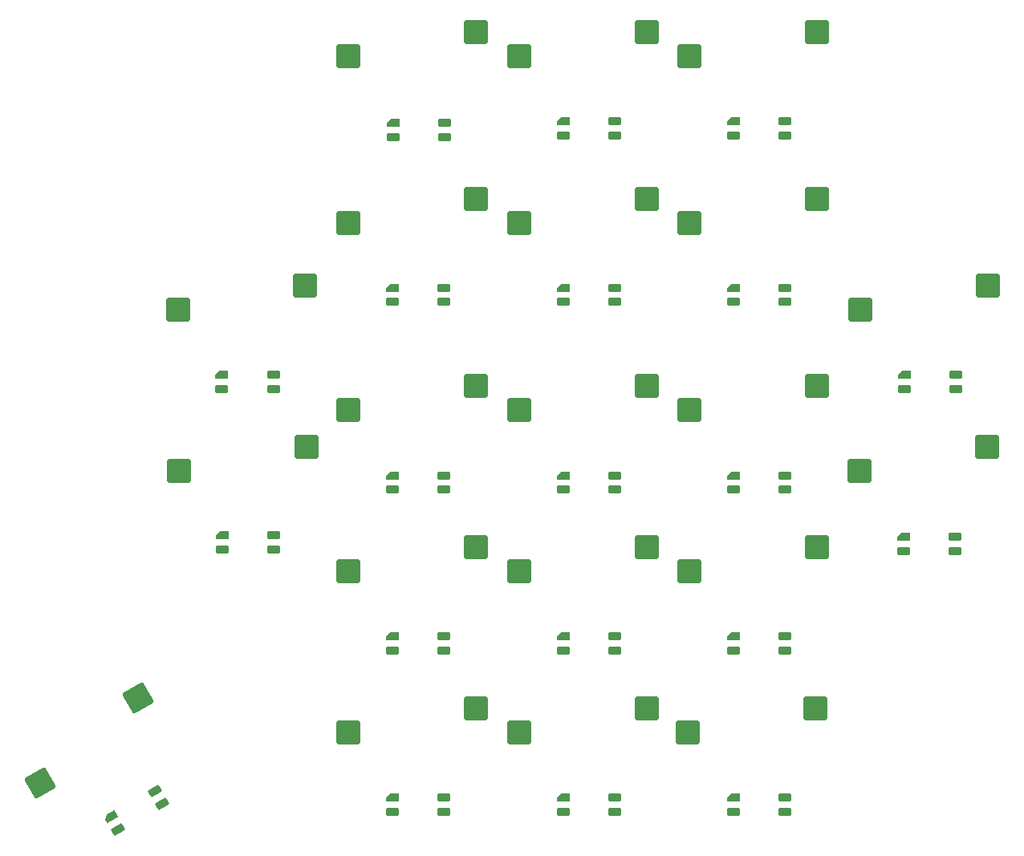
<source format=gbp>
%TF.GenerationSoftware,KiCad,Pcbnew,(6.0.5)*%
%TF.CreationDate,2022-06-01T16:59:18+01:00*%
%TF.ProjectId,Project Fauxbow,50726f6a-6563-4742-9046-617578626f77,rev?*%
%TF.SameCoordinates,Original*%
%TF.FileFunction,Paste,Bot*%
%TF.FilePolarity,Positive*%
%FSLAX46Y46*%
G04 Gerber Fmt 4.6, Leading zero omitted, Abs format (unit mm)*
G04 Created by KiCad (PCBNEW (6.0.5)) date 2022-06-01 16:59:18*
%MOMM*%
%LPD*%
G01*
G04 APERTURE LIST*
G04 Aperture macros list*
%AMRoundRect*
0 Rectangle with rounded corners*
0 $1 Rounding radius*
0 $2 $3 $4 $5 $6 $7 $8 $9 X,Y pos of 4 corners*
0 Add a 4 corners polygon primitive as box body*
4,1,4,$2,$3,$4,$5,$6,$7,$8,$9,$2,$3,0*
0 Add four circle primitives for the rounded corners*
1,1,$1+$1,$2,$3*
1,1,$1+$1,$4,$5*
1,1,$1+$1,$6,$7*
1,1,$1+$1,$8,$9*
0 Add four rect primitives between the rounded corners*
20,1,$1+$1,$2,$3,$4,$5,0*
20,1,$1+$1,$4,$5,$6,$7,0*
20,1,$1+$1,$6,$7,$8,$9,0*
20,1,$1+$1,$8,$9,$2,$3,0*%
%AMFreePoly0*
4,1,18,-0.410000,0.593000,-0.403758,0.624380,-0.385983,0.650983,-0.359380,0.668758,-0.328000,0.675000,0.328000,0.675000,0.359380,0.668758,0.385983,0.650983,0.403758,0.624380,0.410000,0.593000,0.410000,-0.593000,0.403758,-0.624380,0.385983,-0.650983,0.359380,-0.668758,0.328000,-0.675000,0.000000,-0.675000,-0.410000,-0.265000,-0.410000,0.593000,-0.410000,0.593000,$1*%
G04 Aperture macros list end*
%ADD10RoundRect,0.082000X-0.593000X0.328000X-0.593000X-0.328000X0.593000X-0.328000X0.593000X0.328000X0*%
%ADD11FreePoly0,270.000000*%
%ADD12RoundRect,0.250000X1.025000X1.000000X-1.025000X1.000000X-1.025000X-1.000000X1.025000X-1.000000X0*%
%ADD13RoundRect,0.250000X0.387676X1.378525X-1.387676X0.353525X-0.387676X-1.378525X1.387676X-0.353525X0*%
%ADD14RoundRect,0.082000X-0.677553X-0.012444X-0.349553X-0.580556X0.677553X0.012444X0.349553X0.580556X0*%
%ADD15FreePoly0,300.000000*%
G04 APERTURE END LIST*
D10*
X194125000Y-76730000D03*
X194125000Y-75230000D03*
X188675000Y-76730000D03*
D11*
X188675000Y-75230000D03*
D10*
X176025000Y-103330000D03*
X176025000Y-101830000D03*
X170575000Y-103330000D03*
D11*
X170575000Y-101830000D03*
D12*
X183940000Y-105560000D03*
X197390000Y-103020000D03*
X183940000Y-85760000D03*
X197390000Y-83220000D03*
X219725000Y-139560000D03*
X233175000Y-137020000D03*
X237940000Y-94960000D03*
X251390000Y-92420000D03*
D10*
X212025000Y-76530000D03*
X212025000Y-75030000D03*
X206575000Y-76530000D03*
D11*
X206575000Y-75030000D03*
D13*
X151391101Y-144851735D03*
X161769143Y-135927031D03*
D12*
X183940000Y-139560000D03*
X197390000Y-137020000D03*
D10*
X230025000Y-76530000D03*
X230025000Y-75030000D03*
X224575000Y-76530000D03*
D11*
X224575000Y-75030000D03*
D12*
X201940000Y-105560000D03*
X215390000Y-103020000D03*
X201940000Y-122560000D03*
X215390000Y-120020000D03*
D10*
X230025000Y-94130000D03*
X230025000Y-92630000D03*
X224575000Y-94130000D03*
D11*
X224575000Y-92630000D03*
D12*
X165940000Y-94960000D03*
X179390000Y-92420000D03*
X166035000Y-111960000D03*
X179485000Y-109420000D03*
D10*
X212025000Y-147930000D03*
X212025000Y-146430000D03*
X206575000Y-147930000D03*
D11*
X206575000Y-146430000D03*
D12*
X219940000Y-85760000D03*
X233390000Y-83220000D03*
X183940000Y-68160000D03*
X197390000Y-65620000D03*
D10*
X230025000Y-113930000D03*
X230025000Y-112430000D03*
X224575000Y-113930000D03*
D11*
X224575000Y-112430000D03*
D10*
X176060000Y-120250000D03*
X176060000Y-118750000D03*
X170610000Y-120250000D03*
D11*
X170610000Y-118750000D03*
D12*
X183940000Y-122560000D03*
X197390000Y-120020000D03*
D10*
X194025000Y-147930000D03*
X194025000Y-146430000D03*
X188575000Y-147930000D03*
D11*
X188575000Y-146430000D03*
D10*
X194025000Y-94130000D03*
X194025000Y-92630000D03*
X188575000Y-94130000D03*
D11*
X188575000Y-92630000D03*
D10*
X248025000Y-103330000D03*
X248025000Y-101830000D03*
X242575000Y-103330000D03*
D11*
X242575000Y-101830000D03*
D12*
X201940000Y-139560000D03*
X215390000Y-137020000D03*
D10*
X230025000Y-130930000D03*
X230025000Y-129430000D03*
X224575000Y-130930000D03*
D11*
X224575000Y-129430000D03*
D12*
X201940000Y-68160000D03*
X215390000Y-65620000D03*
X201940000Y-85760000D03*
X215390000Y-83220000D03*
X219940000Y-122560000D03*
X233390000Y-120020000D03*
X219940000Y-68160000D03*
X233390000Y-65620000D03*
D10*
X212025000Y-113930000D03*
X212025000Y-112430000D03*
X206575000Y-113930000D03*
D11*
X206575000Y-112430000D03*
D10*
X194025000Y-130930000D03*
X194025000Y-129430000D03*
X188575000Y-130930000D03*
D11*
X188575000Y-129430000D03*
D14*
X164309967Y-147057868D03*
X163559967Y-145758830D03*
X159590129Y-149782868D03*
D15*
X158840129Y-148483830D03*
D10*
X212025000Y-94130000D03*
X212025000Y-92630000D03*
X206575000Y-94130000D03*
D11*
X206575000Y-92630000D03*
D10*
X247925000Y-120390000D03*
X247925000Y-118890000D03*
X242475000Y-120390000D03*
D11*
X242475000Y-118890000D03*
D12*
X237875000Y-111960000D03*
X251325000Y-109420000D03*
D10*
X194025000Y-113930000D03*
X194025000Y-112430000D03*
X188575000Y-113930000D03*
D11*
X188575000Y-112430000D03*
D12*
X219940000Y-105560000D03*
X233390000Y-103020000D03*
D10*
X212025000Y-130930000D03*
X212025000Y-129430000D03*
X206575000Y-130930000D03*
D11*
X206575000Y-129430000D03*
D10*
X230010000Y-147930000D03*
X230010000Y-146430000D03*
X224560000Y-147930000D03*
D11*
X224560000Y-146430000D03*
M02*

</source>
